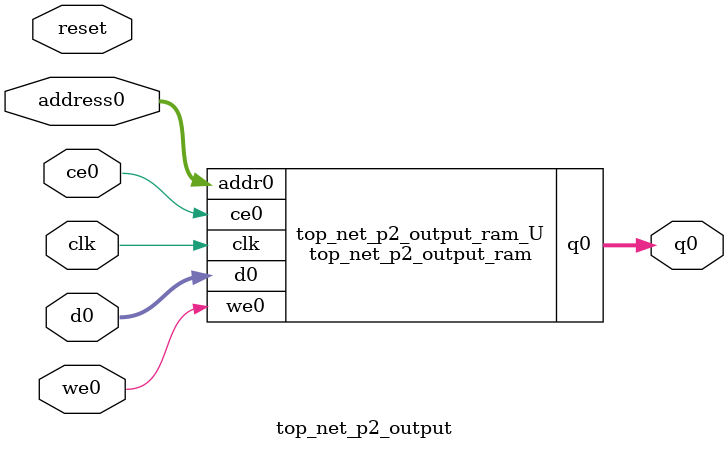
<source format=v>
`timescale 1 ns / 1 ps
module top_net_p2_output_ram (addr0, ce0, d0, we0, q0,  clk);

parameter DWIDTH = 32;
parameter AWIDTH = 9;
parameter MEM_SIZE = 400;

input[AWIDTH-1:0] addr0;
input ce0;
input[DWIDTH-1:0] d0;
input we0;
output reg[DWIDTH-1:0] q0;
input clk;

(* ram_style = "block" *)reg [DWIDTH-1:0] ram[0:MEM_SIZE-1];




always @(posedge clk)  
begin 
    if (ce0) 
    begin
        if (we0) 
        begin 
            ram[addr0] <= d0; 
        end 
        q0 <= ram[addr0];
    end
end


endmodule

`timescale 1 ns / 1 ps
module top_net_p2_output(
    reset,
    clk,
    address0,
    ce0,
    we0,
    d0,
    q0);

parameter DataWidth = 32'd32;
parameter AddressRange = 32'd400;
parameter AddressWidth = 32'd9;
input reset;
input clk;
input[AddressWidth - 1:0] address0;
input ce0;
input we0;
input[DataWidth - 1:0] d0;
output[DataWidth - 1:0] q0;



top_net_p2_output_ram top_net_p2_output_ram_U(
    .clk( clk ),
    .addr0( address0 ),
    .ce0( ce0 ),
    .we0( we0 ),
    .d0( d0 ),
    .q0( q0 ));

endmodule


</source>
